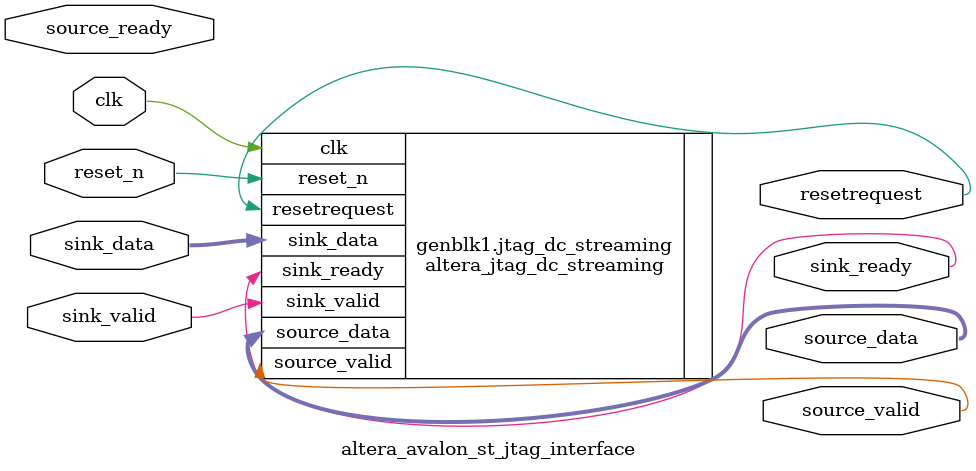
<source format=v>


module altera_avalon_st_jtag_interface (
				 clk,
				 reset_n,
				 source_ready,
				 source_data,
				 source_valid,
				 sink_data,
				 sink_valid,
				 sink_ready,
				 resetrequest
				 );
   input        clk;
   input        reset_n;
   output [7:0] source_data;
   input        source_ready;
   output       source_valid;
   input [7:0]  sink_data;
   input        sink_valid;
   output       sink_ready;
   output       resetrequest;

   parameter PURPOSE = 0; // for discovery of services behind this JTAG Phy - 0
                          //   for JTAG Phy, 1 for Packets to Master
   parameter USE_PLI = 0; // set to 1 enable PLI Simulation Mode 
   parameter PLI_PORT = 50000; // PLI Simulation Port

   wire       clk;
   wire       resetrequest; 
   wire [7:0] source_data;
   wire       source_ready;
   wire       source_valid;
   wire [7:0] sink_data;
   wire       sink_valid;
   wire       sink_ready;

   generate 
     if (USE_PLI == 0)
       begin
         altera_jtag_dc_streaming #(.PURPOSE(PURPOSE)) jtag_dc_streaming (
           .clk(clk),
           .reset_n(reset_n),
           .source_data(source_data),
           .source_valid(source_valid),
           .sink_data(sink_data),
           .sink_valid(sink_valid),
           .sink_ready(sink_ready),
           .resetrequest(resetrequest)
         );
       end
     else
       begin
         altera_pli_streaming #(.PURPOSE(PURPOSE), .PLI_PORT(PLI_PORT)) pli_streaming (
           .clk(clk),
           .reset_n(reset_n),
           .source_data(source_data),
           .source_valid(source_valid),
           .source_ready(source_ready),
           .sink_data(sink_data),
           .sink_valid(sink_valid),
           .sink_ready(sink_ready),
           .resetrequest(resetrequest)
         );
       end
   endgenerate
endmodule

</source>
